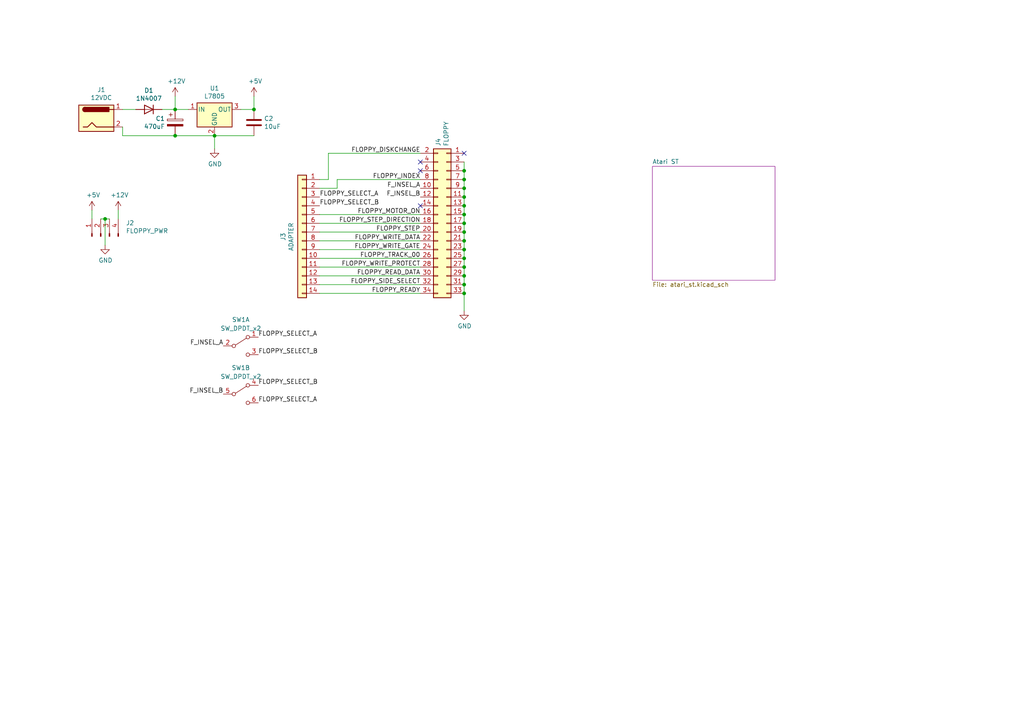
<source format=kicad_sch>
(kicad_sch (version 20201015) (generator eeschema)
  (paper "A4")
  (lib_symbols
    (symbol "Connector:Conn_01x04_Male" (pin_names (offset 1.016) hide)
      (property "Reference" "J" (at 0 5.08 0))
      (property "Value" "Conn_01x04_Male" (at 0 -7.62 0))
      (symbol "Conn_01x04_Male_1_1"
        (rectangle (start 0.8636 -4.953) (end 0 -5.207) (stroke (width 0.1524)) (fill (type outline)))
        (rectangle (start 0.8636 -2.413) (end 0 -2.667) (stroke (width 0.1524)) (fill (type outline)))
        (rectangle (start 0.8636 0.127) (end 0 -0.127) (stroke (width 0.1524)) (fill (type outline)))
        (rectangle (start 0.8636 2.667) (end 0 2.413) (stroke (width 0.1524)) (fill (type outline)))
        (polyline (pts (xy 1.27 -5.08) (xy 0.8636 -5.08)) (stroke (width 0.1524)))
        (polyline (pts (xy 1.27 -2.54) (xy 0.8636 -2.54)) (stroke (width 0.1524)))
        (polyline (pts (xy 1.27 0) (xy 0.8636 0)) (stroke (width 0.1524)))
        (polyline (pts (xy 1.27 2.54) (xy 0.8636 2.54)) (stroke (width 0.1524)))
        (pin passive line (at 5.08 2.54 180) (length 3.81) (name "Pin_1") (number "1"))
        (pin passive line (at 5.08 0 180) (length 3.81) (name "Pin_2") (number "2"))
        (pin passive line (at 5.08 -2.54 180) (length 3.81) (name "Pin_3") (number "3"))
        (pin passive line (at 5.08 -5.08 180) (length 3.81) (name "Pin_4") (number "4"))
      )
    )
    (symbol "Connector:Jack-DC" (pin_names (offset 1.016))
      (property "Reference" "J" (at 0 5.334 0))
      (property "Value" "Jack-DC" (at 0 -5.08 0))
      (symbol "Jack-DC_0_1"
        (arc (start -3.302 3.175) (end -3.302 1.905) (radius (at -3.302 2.54) (length 0.635) (angles 90.1 -90.1)) (stroke (width 0.254)) (fill (type outline)))
        (arc (start -3.302 3.175) (end -3.302 1.905) (radius (at -3.302 2.54) (length 0.635) (angles 90.1 -90.1)) (stroke (width 0.254)))
        (rectangle (start -5.08 3.81) (end 5.08 -3.81) (stroke (width 0.254)) (fill (type background)))
        (rectangle (start 3.683 3.175) (end -3.302 1.905) (stroke (width 0.254)) (fill (type outline)))
        (polyline (pts (xy 5.08 2.54) (xy 3.81 2.54)) (stroke (width 0.254)))
        (polyline (pts (xy -3.81 -2.54) (xy -2.54 -2.54) (xy -1.27 -1.27) (xy 0 -2.54) (xy 2.54 -2.54) (xy 5.08 -2.54)) (stroke (width 0.254)))
      )
      (symbol "Jack-DC_1_1"
        (pin passive line (at 7.62 2.54 180) (length 2.54) (name "~") (number "1"))
        (pin passive line (at 7.62 -2.54 180) (length 2.54) (name "~") (number "2"))
      )
    )
    (symbol "Connector_Generic:Conn_01x14" (pin_names (offset 1.016) hide)
      (property "Reference" "J" (at 0 17.78 0))
      (property "Value" "Conn_01x14" (at 0 -20.32 0))
      (symbol "Conn_01x14_1_1"
        (rectangle (start -1.27 -4.953) (end 0 -5.207) (stroke (width 0.1524)))
        (rectangle (start -1.27 -7.493) (end 0 -7.747) (stroke (width 0.1524)))
        (rectangle (start -1.27 -10.033) (end 0 -10.287) (stroke (width 0.1524)))
        (rectangle (start -1.27 -12.573) (end 0 -12.827) (stroke (width 0.1524)))
        (rectangle (start -1.27 -15.113) (end 0 -15.367) (stroke (width 0.1524)))
        (rectangle (start -1.27 -17.653) (end 0 -17.907) (stroke (width 0.1524)))
        (rectangle (start -1.27 -2.413) (end 0 -2.667) (stroke (width 0.1524)))
        (rectangle (start -1.27 2.667) (end 0 2.413) (stroke (width 0.1524)))
        (rectangle (start -1.27 5.207) (end 0 4.953) (stroke (width 0.1524)))
        (rectangle (start -1.27 7.747) (end 0 7.493) (stroke (width 0.1524)))
        (rectangle (start -1.27 10.287) (end 0 10.033) (stroke (width 0.1524)))
        (rectangle (start -1.27 0.127) (end 0 -0.127) (stroke (width 0.1524)))
        (rectangle (start -1.27 12.827) (end 0 12.573) (stroke (width 0.1524)))
        (rectangle (start -1.27 15.367) (end 0 15.113) (stroke (width 0.1524)))
        (rectangle (start -1.27 16.51) (end 1.27 -19.05) (stroke (width 0.254)) (fill (type background)))
        (pin passive line (at -5.08 15.24 0) (length 3.81) (name "Pin_1") (number "1"))
        (pin passive line (at -5.08 -7.62 0) (length 3.81) (name "Pin_10") (number "10"))
        (pin passive line (at -5.08 -10.16 0) (length 3.81) (name "Pin_11") (number "11"))
        (pin passive line (at -5.08 -12.7 0) (length 3.81) (name "Pin_12") (number "12"))
        (pin passive line (at -5.08 -15.24 0) (length 3.81) (name "Pin_13") (number "13"))
        (pin passive line (at -5.08 -17.78 0) (length 3.81) (name "Pin_14") (number "14"))
        (pin passive line (at -5.08 12.7 0) (length 3.81) (name "Pin_2") (number "2"))
        (pin passive line (at -5.08 10.16 0) (length 3.81) (name "Pin_3") (number "3"))
        (pin passive line (at -5.08 7.62 0) (length 3.81) (name "Pin_4") (number "4"))
        (pin passive line (at -5.08 5.08 0) (length 3.81) (name "Pin_5") (number "5"))
        (pin passive line (at -5.08 2.54 0) (length 3.81) (name "Pin_6") (number "6"))
        (pin passive line (at -5.08 0 0) (length 3.81) (name "Pin_7") (number "7"))
        (pin passive line (at -5.08 -2.54 0) (length 3.81) (name "Pin_8") (number "8"))
        (pin passive line (at -5.08 -5.08 0) (length 3.81) (name "Pin_9") (number "9"))
      )
    )
    (symbol "Connector_Generic:Conn_02x17_Odd_Even" (pin_names (offset 1.016) hide)
      (property "Reference" "J" (at 1.27 22.86 0))
      (property "Value" "Conn_02x17_Odd_Even" (at 1.27 -22.86 0))
      (symbol "Conn_02x17_Odd_Even_1_1"
        (rectangle (start -1.27 -4.953) (end 0 -5.207) (stroke (width 0.1524)))
        (rectangle (start -1.27 -7.493) (end 0 -7.747) (stroke (width 0.1524)))
        (rectangle (start -1.27 -10.033) (end 0 -10.287) (stroke (width 0.1524)))
        (rectangle (start -1.27 -12.573) (end 0 -12.827) (stroke (width 0.1524)))
        (rectangle (start -1.27 -15.113) (end 0 -15.367) (stroke (width 0.1524)))
        (rectangle (start -1.27 -17.653) (end 0 -17.907) (stroke (width 0.1524)))
        (rectangle (start -1.27 -20.193) (end 0 -20.447) (stroke (width 0.1524)))
        (rectangle (start -1.27 -2.413) (end 0 -2.667) (stroke (width 0.1524)))
        (rectangle (start -1.27 2.667) (end 0 2.413) (stroke (width 0.1524)))
        (rectangle (start -1.27 5.207) (end 0 4.953) (stroke (width 0.1524)))
        (rectangle (start -1.27 7.747) (end 0 7.493) (stroke (width 0.1524)))
        (rectangle (start -1.27 10.287) (end 0 10.033) (stroke (width 0.1524)))
        (rectangle (start -1.27 0.127) (end 0 -0.127) (stroke (width 0.1524)))
        (rectangle (start -1.27 12.827) (end 0 12.573) (stroke (width 0.1524)))
        (rectangle (start -1.27 15.367) (end 0 15.113) (stroke (width 0.1524)))
        (rectangle (start -1.27 17.907) (end 0 17.653) (stroke (width 0.1524)))
        (rectangle (start -1.27 20.447) (end 0 20.193) (stroke (width 0.1524)))
        (rectangle (start -1.27 21.59) (end 3.81 -21.59) (stroke (width 0.254)) (fill (type background)))
        (rectangle (start 3.81 -4.953) (end 2.54 -5.207) (stroke (width 0.1524)))
        (rectangle (start 3.81 -7.493) (end 2.54 -7.747) (stroke (width 0.1524)))
        (rectangle (start 3.81 -10.033) (end 2.54 -10.287) (stroke (width 0.1524)))
        (rectangle (start 3.81 -12.573) (end 2.54 -12.827) (stroke (width 0.1524)))
        (rectangle (start 3.81 -15.113) (end 2.54 -15.367) (stroke (width 0.1524)))
        (rectangle (start 3.81 -17.653) (end 2.54 -17.907) (stroke (width 0.1524)))
        (rectangle (start 3.81 -20.193) (end 2.54 -20.447) (stroke (width 0.1524)))
        (rectangle (start 3.81 -2.413) (end 2.54 -2.667) (stroke (width 0.1524)))
        (rectangle (start 3.81 2.667) (end 2.54 2.413) (stroke (width 0.1524)))
        (rectangle (start 3.81 5.207) (end 2.54 4.953) (stroke (width 0.1524)))
        (rectangle (start 3.81 7.747) (end 2.54 7.493) (stroke (width 0.1524)))
        (rectangle (start 3.81 10.287) (end 2.54 10.033) (stroke (width 0.1524)))
        (rectangle (start 3.81 0.127) (end 2.54 -0.127) (stroke (width 0.1524)))
        (rectangle (start 3.81 12.827) (end 2.54 12.573) (stroke (width 0.1524)))
        (rectangle (start 3.81 15.367) (end 2.54 15.113) (stroke (width 0.1524)))
        (rectangle (start 3.81 17.907) (end 2.54 17.653) (stroke (width 0.1524)))
        (rectangle (start 3.81 20.447) (end 2.54 20.193) (stroke (width 0.1524)))
        (pin passive line (at -5.08 20.32 0) (length 3.81) (name "Pin_1") (number "1"))
        (pin passive line (at 7.62 10.16 180) (length 3.81) (name "Pin_10") (number "10"))
        (pin passive line (at -5.08 7.62 0) (length 3.81) (name "Pin_11") (number "11"))
        (pin passive line (at 7.62 7.62 180) (length 3.81) (name "Pin_12") (number "12"))
        (pin passive line (at -5.08 5.08 0) (length 3.81) (name "Pin_13") (number "13"))
        (pin passive line (at 7.62 5.08 180) (length 3.81) (name "Pin_14") (number "14"))
        (pin passive line (at -5.08 2.54 0) (length 3.81) (name "Pin_15") (number "15"))
        (pin passive line (at 7.62 2.54 180) (length 3.81) (name "Pin_16") (number "16"))
        (pin passive line (at -5.08 0 0) (length 3.81) (name "Pin_17") (number "17"))
        (pin passive line (at 7.62 0 180) (length 3.81) (name "Pin_18") (number "18"))
        (pin passive line (at -5.08 -2.54 0) (length 3.81) (name "Pin_19") (number "19"))
        (pin passive line (at 7.62 20.32 180) (length 3.81) (name "Pin_2") (number "2"))
        (pin passive line (at 7.62 -2.54 180) (length 3.81) (name "Pin_20") (number "20"))
        (pin passive line (at -5.08 -5.08 0) (length 3.81) (name "Pin_21") (number "21"))
        (pin passive line (at 7.62 -5.08 180) (length 3.81) (name "Pin_22") (number "22"))
        (pin passive line (at -5.08 -7.62 0) (length 3.81) (name "Pin_23") (number "23"))
        (pin passive line (at 7.62 -7.62 180) (length 3.81) (name "Pin_24") (number "24"))
        (pin passive line (at -5.08 -10.16 0) (length 3.81) (name "Pin_25") (number "25"))
        (pin passive line (at 7.62 -10.16 180) (length 3.81) (name "Pin_26") (number "26"))
        (pin passive line (at -5.08 -12.7 0) (length 3.81) (name "Pin_27") (number "27"))
        (pin passive line (at 7.62 -12.7 180) (length 3.81) (name "Pin_28") (number "28"))
        (pin passive line (at -5.08 -15.24 0) (length 3.81) (name "Pin_29") (number "29"))
        (pin passive line (at -5.08 17.78 0) (length 3.81) (name "Pin_3") (number "3"))
        (pin passive line (at 7.62 -15.24 180) (length 3.81) (name "Pin_30") (number "30"))
        (pin passive line (at -5.08 -17.78 0) (length 3.81) (name "Pin_31") (number "31"))
        (pin passive line (at 7.62 -17.78 180) (length 3.81) (name "Pin_32") (number "32"))
        (pin passive line (at -5.08 -20.32 0) (length 3.81) (name "Pin_33") (number "33"))
        (pin passive line (at 7.62 -20.32 180) (length 3.81) (name "Pin_34") (number "34"))
        (pin passive line (at 7.62 17.78 180) (length 3.81) (name "Pin_4") (number "4"))
        (pin passive line (at -5.08 15.24 0) (length 3.81) (name "Pin_5") (number "5"))
        (pin passive line (at 7.62 15.24 180) (length 3.81) (name "Pin_6") (number "6"))
        (pin passive line (at -5.08 12.7 0) (length 3.81) (name "Pin_7") (number "7"))
        (pin passive line (at 7.62 12.7 180) (length 3.81) (name "Pin_8") (number "8"))
        (pin passive line (at -5.08 10.16 0) (length 3.81) (name "Pin_9") (number "9"))
      )
    )
    (symbol "Device:C" (pin_numbers hide) (pin_names (offset 0.254))
      (property "Reference" "C" (at 0.635 2.54 0))
      (property "Value" "C" (at 0.635 -2.54 0))
      (symbol "C_0_1"
        (polyline (pts (xy -2.032 -0.762) (xy 2.032 -0.762)) (stroke (width 0.508)))
        (polyline (pts (xy -2.032 0.762) (xy 2.032 0.762)) (stroke (width 0.508)))
      )
      (symbol "C_1_1"
        (pin passive line (at 0 3.81 270) (length 2.794) (name "~") (number "1"))
        (pin passive line (at 0 -3.81 90) (length 2.794) (name "~") (number "2"))
      )
    )
    (symbol "Device:C_Polarized" (pin_numbers hide) (pin_names (offset 0.254))
      (property "Reference" "C" (at 0.635 2.54 0))
      (property "Value" "C_Polarized" (at 0.635 -2.54 0))
      (symbol "C_Polarized_0_1"
        (rectangle (start -2.286 0.508) (end 2.286 1.016))
        (rectangle (start 2.286 -0.508) (end -2.286 -1.016) (fill (type outline)))
        (polyline (pts (xy -1.778 2.286) (xy -0.762 2.286)))
        (polyline (pts (xy -1.27 2.794) (xy -1.27 1.778)))
      )
      (symbol "C_Polarized_1_1"
        (pin passive line (at 0 3.81 270) (length 2.794) (name "~") (number "1"))
        (pin passive line (at 0 -3.81 90) (length 2.794) (name "~") (number "2"))
      )
    )
    (symbol "Device:D" (pin_numbers hide) (pin_names (offset 1.016) hide)
      (property "Reference" "D" (at 0 2.54 0))
      (property "Value" "D" (at 0 -2.54 0))
      (symbol "D_0_1"
        (polyline (pts (xy -1.27 1.27) (xy -1.27 -1.27)) (stroke (width 0.254)))
        (polyline (pts (xy 1.27 0) (xy -1.27 0)))
        (polyline (pts (xy 1.27 1.27) (xy 1.27 -1.27) (xy -1.27 0) (xy 1.27 1.27)) (stroke (width 0.254)))
      )
      (symbol "D_1_1"
        (pin passive line (at -3.81 0 0) (length 2.54) (name "K") (number "1"))
        (pin passive line (at 3.81 0 180) (length 2.54) (name "A") (number "2"))
      )
    )
    (symbol "Regulator_Linear:L7812" (pin_names (offset 0.254))
      (property "Reference" "U" (at -3.81 3.175 0))
      (property "Value" "L7812" (at 0 3.175 0))
      (symbol "L7812_0_1"
        (rectangle (start -5.08 1.905) (end 5.08 -5.08) (stroke (width 0.254)) (fill (type background)))
      )
      (symbol "L7812_1_1"
        (pin power_in line (at -7.62 0 0) (length 2.54) (name "IN") (number "1"))
        (pin power_in line (at 0 -7.62 90) (length 2.54) (name "GND") (number "2"))
        (pin power_out line (at 7.62 0 180) (length 2.54) (name "OUT") (number "3"))
      )
    )
    (symbol "Switch:SW_DPDT_x2" (pin_names (offset 0) hide)
      (property "Reference" "SW" (at 0 4.318 0))
      (property "Value" "SW_DPDT_x2" (at 0 -5.08 0))
      (symbol "SW_DPDT_x2_0_0"
        (circle (center -2.032 0) (radius 0.508))
        (circle (center 2.032 -2.54) (radius 0.508))
      )
      (symbol "SW_DPDT_x2_0_1"
        (circle (center 2.032 2.54) (radius 0.508))
        (polyline (pts (xy -1.524 0.254) (xy 1.651 2.286)))
      )
      (symbol "SW_DPDT_x2_1_1"
        (pin passive line (at 5.08 2.54 180) (length 2.54) (name "A") (number "1"))
        (pin passive line (at -5.08 0 0) (length 2.54) (name "B") (number "2"))
        (pin passive line (at 5.08 -2.54 180) (length 2.54) (name "C") (number "3"))
      )
      (symbol "SW_DPDT_x2_2_1"
        (pin passive line (at 5.08 2.54 180) (length 2.54) (name "A") (number "4"))
        (pin passive line (at -5.08 0 0) (length 2.54) (name "B") (number "5"))
        (pin passive line (at 5.08 -2.54 180) (length 2.54) (name "C") (number "6"))
      )
    )
    (symbol "power:+12V" (power) (pin_names (offset 0))
      (property "Value" "+12V" (at 0 3.556 0))
      (symbol "+12V_0_1"
        (polyline (pts (xy -0.762 1.27) (xy 0 2.54)))
        (polyline (pts (xy 0 0) (xy 0 2.54)))
        (polyline (pts (xy 0 2.54) (xy 0.762 1.27)))
      )
      (symbol "+12V_1_1"
        (pin power_in line (at 0 0 90) (length 0) hide (name "+12V") (number "1"))
      )
    )
    (symbol "power:+5V" (power) (pin_names (offset 0))
      (property "Value" "+5V" (at 0 3.556 0))
      (symbol "+5V_0_1"
        (polyline (pts (xy -0.762 1.27) (xy 0 2.54)))
        (polyline (pts (xy 0 0) (xy 0 2.54)))
        (polyline (pts (xy 0 2.54) (xy 0.762 1.27)))
      )
      (symbol "+5V_1_1"
        (pin power_in line (at 0 0 90) (length 0) hide (name "+5V") (number "1"))
      )
    )
    (symbol "power:GND" (power) (pin_names (offset 0))
      (property "Value" "GND" (at 0 -3.81 0))
      (symbol "GND_0_1"
        (polyline (pts (xy 0 0) (xy 0 -1.27) (xy 1.27 -1.27) (xy 0 -2.54) (xy -1.27 -1.27) (xy 0 -1.27)))
      )
      (symbol "GND_1_1"
        (pin power_in line (at 0 0 270) (length 0) hide (name "GND") (number "1"))
      )
    )
  )
  (junction (at 30.48 63.5) (diameter 0.9144))
  (junction (at 50.8 31.75) (diameter 0.9144))
  (junction (at 50.8 39.37) (diameter 0.9144))
  (junction (at 62.23 39.37) (diameter 0.9144))
  (junction (at 73.66 31.75) (diameter 0.9144))
  (junction (at 134.62 49.53) (diameter 0.9144))
  (junction (at 134.62 52.07) (diameter 0.9144))
  (junction (at 134.62 54.61) (diameter 0.9144))
  (junction (at 134.62 57.15) (diameter 0.9144))
  (junction (at 134.62 59.69) (diameter 0.9144))
  (junction (at 134.62 62.23) (diameter 0.9144))
  (junction (at 134.62 64.77) (diameter 0.9144))
  (junction (at 134.62 67.31) (diameter 0.9144))
  (junction (at 134.62 69.85) (diameter 0.9144))
  (junction (at 134.62 72.39) (diameter 0.9144))
  (junction (at 134.62 74.93) (diameter 0.9144))
  (junction (at 134.62 77.47) (diameter 0.9144))
  (junction (at 134.62 80.01) (diameter 0.9144))
  (junction (at 134.62 82.55) (diameter 0.9144))
  (junction (at 134.62 85.09) (diameter 0.9144))
  (no_connect (at 121.92 59.69))
  (no_connect (at 121.92 46.99))
  (no_connect (at 121.92 49.53))
  (no_connect (at 134.62 44.45))
  (wire (pts (xy 26.67 63.5) (xy 26.67 60.96)))
  (wire (pts (xy 30.48 63.5) (xy 29.21 63.5)))
  (wire (pts (xy 30.48 63.5) (xy 30.48 71.12)))
  (wire (pts (xy 31.75 63.5) (xy 30.48 63.5)))
  (wire (pts (xy 34.29 63.5) (xy 34.29 60.96)))
  (wire (pts (xy 35.56 31.75) (xy 39.37 31.75)))
  (wire (pts (xy 35.56 39.37) (xy 35.56 36.83)))
  (wire (pts (xy 35.56 39.37) (xy 50.8 39.37)))
  (wire (pts (xy 46.99 31.75) (xy 50.8 31.75)))
  (wire (pts (xy 50.8 31.75) (xy 50.8 27.94)))
  (wire (pts (xy 50.8 31.75) (xy 54.61 31.75)))
  (wire (pts (xy 50.8 39.37) (xy 62.23 39.37)))
  (wire (pts (xy 62.23 39.37) (xy 62.23 43.18)))
  (wire (pts (xy 73.66 27.94) (xy 73.66 31.75)))
  (wire (pts (xy 73.66 31.75) (xy 69.85 31.75)))
  (wire (pts (xy 73.66 39.37) (xy 62.23 39.37)))
  (wire (pts (xy 92.71 69.85) (xy 121.92 69.85)))
  (wire (pts (xy 92.71 74.93) (xy 121.92 74.93)))
  (wire (pts (xy 92.71 80.01) (xy 121.92 80.01)))
  (wire (pts (xy 95.25 44.45) (xy 95.25 52.07)))
  (wire (pts (xy 95.25 52.07) (xy 92.71 52.07)))
  (wire (pts (xy 97.79 52.07) (xy 97.79 54.61)))
  (wire (pts (xy 97.79 54.61) (xy 92.71 54.61)))
  (wire (pts (xy 121.92 44.45) (xy 95.25 44.45)))
  (wire (pts (xy 121.92 52.07) (xy 97.79 52.07)))
  (wire (pts (xy 121.92 62.23) (xy 92.71 62.23)))
  (wire (pts (xy 121.92 64.77) (xy 92.71 64.77)))
  (wire (pts (xy 121.92 67.31) (xy 92.71 67.31)))
  (wire (pts (xy 121.92 72.39) (xy 92.71 72.39)))
  (wire (pts (xy 121.92 77.47) (xy 92.71 77.47)))
  (wire (pts (xy 121.92 82.55) (xy 92.71 82.55)))
  (wire (pts (xy 121.92 85.09) (xy 92.71 85.09)))
  (wire (pts (xy 134.62 49.53) (xy 134.62 46.99)))
  (wire (pts (xy 134.62 52.07) (xy 134.62 49.53)))
  (wire (pts (xy 134.62 54.61) (xy 134.62 52.07)))
  (wire (pts (xy 134.62 57.15) (xy 134.62 54.61)))
  (wire (pts (xy 134.62 59.69) (xy 134.62 57.15)))
  (wire (pts (xy 134.62 62.23) (xy 134.62 59.69)))
  (wire (pts (xy 134.62 64.77) (xy 134.62 62.23)))
  (wire (pts (xy 134.62 67.31) (xy 134.62 64.77)))
  (wire (pts (xy 134.62 69.85) (xy 134.62 67.31)))
  (wire (pts (xy 134.62 72.39) (xy 134.62 69.85)))
  (wire (pts (xy 134.62 74.93) (xy 134.62 72.39)))
  (wire (pts (xy 134.62 77.47) (xy 134.62 74.93)))
  (wire (pts (xy 134.62 80.01) (xy 134.62 77.47)))
  (wire (pts (xy 134.62 82.55) (xy 134.62 80.01)))
  (wire (pts (xy 134.62 85.09) (xy 134.62 82.55)))
  (wire (pts (xy 134.62 90.17) (xy 134.62 85.09)))
  (label "F_INSEL_A" (at 64.77 100.33 180))
  (label "F_INSEL_B" (at 64.77 114.3 180))
  (label "FLOPPY_SELECT_A" (at 74.93 97.79 0))
  (label "FLOPPY_SELECT_B" (at 74.93 102.87 0))
  (label "FLOPPY_SELECT_B" (at 74.93 111.76 0))
  (label "FLOPPY_SELECT_A" (at 74.93 116.84 0))
  (label "FLOPPY_SELECT_A" (at 92.71 57.15 0))
  (label "FLOPPY_SELECT_B" (at 92.71 59.69 0))
  (label "FLOPPY_DISKCHANGE" (at 121.92 44.45 180))
  (label "FLOPPY_INDEX" (at 121.92 52.07 180))
  (label "F_INSEL_A" (at 121.92 54.61 180))
  (label "F_INSEL_B" (at 121.92 57.15 180))
  (label "FLOPPY_MOTOR_ON" (at 121.92 62.23 180))
  (label "FLOPPY_STEP_DIRECTION" (at 121.92 64.77 180))
  (label "FLOPPY_STEP" (at 121.92 67.31 180))
  (label "FLOPPY_WRITE_DATA" (at 121.92 69.85 180))
  (label "FLOPPY_WRITE_GATE" (at 121.92 72.39 180))
  (label "FLOPPY_TRACK_00" (at 121.92 74.93 180))
  (label "FLOPPY_WRITE_PROTECT" (at 121.92 77.47 180))
  (label "FLOPPY_READ_DATA" (at 121.92 80.01 180))
  (label "FLOPPY_SIDE_SELECT" (at 121.92 82.55 180))
  (label "FLOPPY_READY" (at 121.92 85.09 180))
  (symbol (lib_id "power:+5V") (at 26.67 60.96 0) (unit 1)
    (property "Reference" "#PWR01" (effects hide))
    (property "Value" "+5V" (at 27.051 56.5658 0))
  )
  (symbol (lib_id "power:+12V") (at 34.29 60.96 0) (unit 1)
    (property "Reference" "#PWR03" (effects hide))
    (property "Value" "+12V" (at 34.671 56.5658 0))
  )
  (symbol (lib_id "power:+12V") (at 50.8 27.94 0) (unit 1)
    (property "Reference" "#PWR04" (effects hide))
    (property "Value" "+12V" (at 51.181 23.5458 0))
  )
  (symbol (lib_id "power:+5V") (at 73.66 27.94 0) (unit 1)
    (property "Reference" "#PWR06" (effects hide))
    (property "Value" "+5V" (at 74.041 23.5458 0))
  )
  (symbol (lib_id "power:GND") (at 30.48 71.12 0) (unit 1)
    (property "Reference" "#PWR02" (effects hide))
    (property "Value" "GND" (at 30.607 75.5142 0))
  )
  (symbol (lib_id "power:GND") (at 62.23 43.18 0) (unit 1)
    (property "Reference" "#PWR05" (effects hide))
    (property "Value" "GND" (at 62.357 47.5742 0))
  )
  (symbol (lib_id "power:GND") (at 134.62 90.17 0) (unit 1)
    (property "Reference" "#PWR07" (effects hide))
    (property "Value" "GND" (at 134.747 94.5642 0))
  )
  (symbol (lib_id "Device:D") (at 43.18 31.75 180) (unit 1)
    (property "Reference" "D1" (at 43.18 26.2382 0))
    (property "Value" "1N4007" (at 43.18 28.5496 0))
    (property "Footprint" "Diode_THT:D_DO-41_SOD81_P7.62mm_Horizontal" (effects hide))
  )
  (symbol (lib_id "Device:C_Polarized") (at 50.8 35.56 0) (unit 1)
    (property "Reference" "C1" (at 47.8282 34.3916 0) (effects (justify right)))
    (property "Value" "470uF" (at 47.8282 36.703 0) (effects (justify right)))
    (property "Footprint" "Capacitor_THT:C_Radial_D10.0mm_H12.5mm_P5.00mm" (effects hide))
  )
  (symbol (lib_id "Device:C") (at 73.66 35.56 0) (unit 1)
    (property "Reference" "C2" (at 76.581 34.3916 0) (effects (justify left)))
    (property "Value" "10uF" (at 76.581 36.703 0) (effects (justify left)))
    (property "Footprint" "Capacitor_THT:C_Disc_D10.0mm_W2.5mm_P5.00mm" (effects hide))
  )
  (symbol (lib_id "Connector:Conn_01x04_Male") (at 29.21 68.58 90) (unit 1)
    (property "Reference" "J2" (at 36.5252 64.6684 90) (effects (justify right)))
    (property "Value" "FLOPPY_PWR" (at 36.5252 66.9798 90) (effects (justify right)))
    (property "Footprint" "atari_floppy:171826-4" (effects hide))
  )
  (symbol (lib_id "Switch:SW_DPDT_x2") (at 69.85 100.33 0) (unit 1)
    (property "Reference" "SW1" (at 69.85 92.71 0))
    (property "Value" "SW_DPDT_x2" (at 69.85 95.25 0))
  )
  (symbol (lib_id "Switch:SW_DPDT_x2") (at 69.85 114.3 0) (unit 2)
    (property "Reference" "SW1" (at 69.85 106.68 0))
    (property "Value" "SW_DPDT_x2" (at 69.85 109.22 0))
  )
  (symbol (lib_id "Connector:Jack-DC") (at 27.94 34.29 0) (unit 1)
    (property "Reference" "J1" (at 29.3878 26.035 0))
    (property "Value" "12VDC" (at 29.3878 28.3464 0))
    (property "Footprint" "Connector_BarrelJack:BarrelJack_Horizontal" (effects hide))
  )
  (symbol (lib_id "Regulator_Linear:L7812") (at 62.23 31.75 0) (unit 1)
    (property "Reference" "U1" (at 62.23 25.6032 0))
    (property "Value" "L7805" (at 62.23 27.9146 0))
    (property "Footprint" "Package_TO_SOT_THT:TO-220-3_Horizontal_TabDown" (effects hide))
    (property "Datasheet" "http://www.st.com/content/ccc/resource/technical/document/datasheet/41/4f/b3/b0/12/d4/47/88/CD00000444.pdf/files/CD00000444.pdf/jcr:content/translations/en.CD00000444.pdf" (effects hide))
  )
  (symbol (lib_id "Connector_Generic:Conn_01x14") (at 87.63 67.31 0) (mirror y) (unit 1)
    (property "Reference" "J3" (at 82.1182 68.6816 90))
    (property "Value" "ADAPTER" (at 84.4296 68.6816 90))
    (property "Footprint" "Connector_PinHeader_2.54mm:PinHeader_2x07_P2.54mm_Vertical" (effects hide))
  )
  (symbol (lib_id "Connector_Generic:Conn_02x17_Odd_Even") (at 129.54 64.77 0) (mirror y) (unit 1)
    (property "Reference" "J4" (at 127.1016 42.4434 90) (effects (justify left)))
    (property "Value" "FLOPPY" (at 129.413 42.4434 90) (effects (justify left)))
    (property "Footprint" "Connector_PinHeader_2.54mm:PinHeader_2x17_P2.54mm_Horizontal" (effects hide))
  )
  (sheet (at 189.23 48.26) (size 35.56 33.02) (stroke (width 0.001) (color 132 0 132 1)) (fill (color 255 255 255 0.0000))
    (property "Sheet name" "Atari ST" (at 189.23 47.6241 0) (effects (justify left bottom)))
    (property "Sheet file" "atari_st.kicad_sch" (at 189.23 81.7889 0) (effects (justify left top)))
  )
)
</source>
